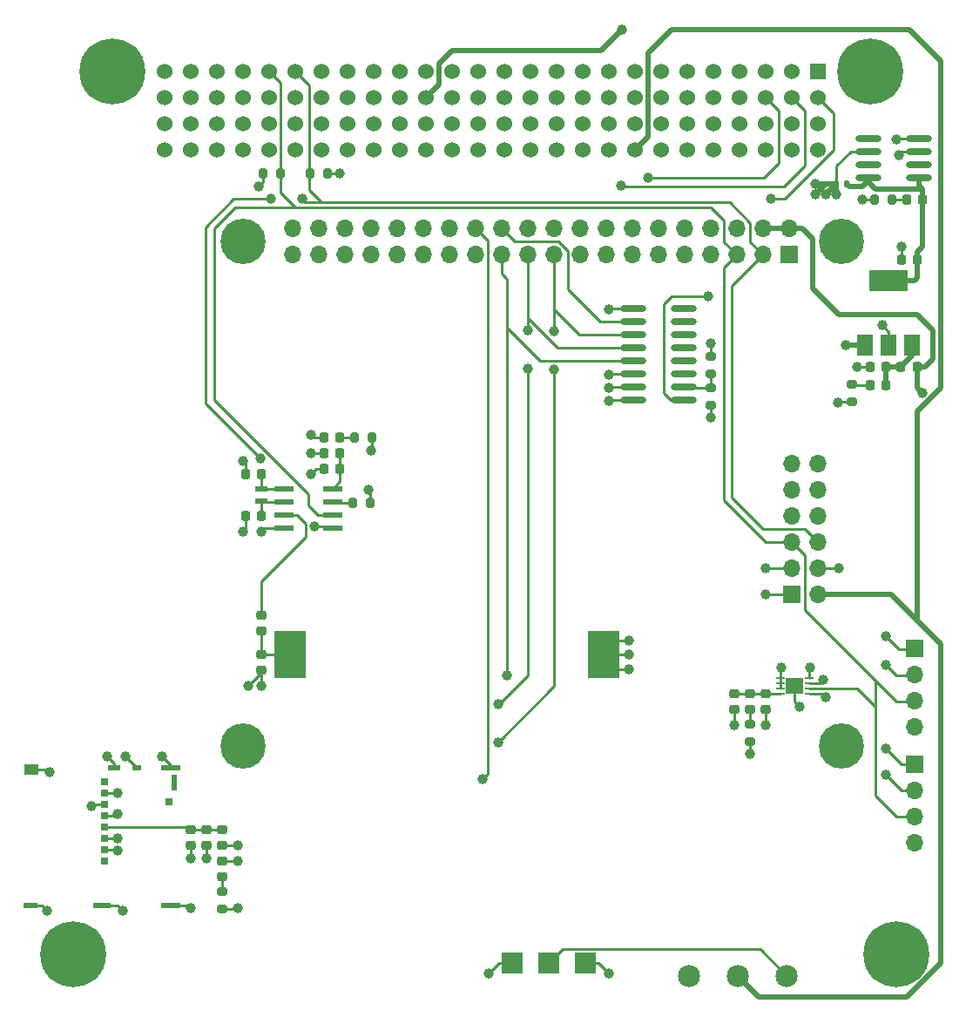
<source format=gtl>
G04 #@! TF.GenerationSoftware,KiCad,Pcbnew,(6.0.7)*
G04 #@! TF.CreationDate,2022-12-20T16:10:49-05:00*
G04 #@! TF.ProjectId,obc-db,6f62632d-6462-42e6-9b69-6361645f7063,rev?*
G04 #@! TF.SameCoordinates,Original*
G04 #@! TF.FileFunction,Copper,L1,Top*
G04 #@! TF.FilePolarity,Positive*
%FSLAX46Y46*%
G04 Gerber Fmt 4.6, Leading zero omitted, Abs format (unit mm)*
G04 Created by KiCad (PCBNEW (6.0.7)) date 2022-12-20 16:10:49*
%MOMM*%
%LPD*%
G01*
G04 APERTURE LIST*
G04 Aperture macros list*
%AMRoundRect*
0 Rectangle with rounded corners*
0 $1 Rounding radius*
0 $2 $3 $4 $5 $6 $7 $8 $9 X,Y pos of 4 corners*
0 Add a 4 corners polygon primitive as box body*
4,1,4,$2,$3,$4,$5,$6,$7,$8,$9,$2,$3,0*
0 Add four circle primitives for the rounded corners*
1,1,$1+$1,$2,$3*
1,1,$1+$1,$4,$5*
1,1,$1+$1,$6,$7*
1,1,$1+$1,$8,$9*
0 Add four rect primitives between the rounded corners*
20,1,$1+$1,$2,$3,$4,$5,0*
20,1,$1+$1,$4,$5,$6,$7,0*
20,1,$1+$1,$6,$7,$8,$9,0*
20,1,$1+$1,$8,$9,$2,$3,0*%
G04 Aperture macros list end*
G04 #@! TA.AperFunction,SMDPad,CuDef*
%ADD10RoundRect,0.218750X0.256250X-0.218750X0.256250X0.218750X-0.256250X0.218750X-0.256250X-0.218750X0*%
G04 #@! TD*
G04 #@! TA.AperFunction,SMDPad,CuDef*
%ADD11RoundRect,0.135000X0.135000X0.185000X-0.135000X0.185000X-0.135000X-0.185000X0.135000X-0.185000X0*%
G04 #@! TD*
G04 #@! TA.AperFunction,ConnectorPad*
%ADD12C,6.400000*%
G04 #@! TD*
G04 #@! TA.AperFunction,ComponentPad*
%ADD13C,3.600000*%
G04 #@! TD*
G04 #@! TA.AperFunction,SMDPad,CuDef*
%ADD14R,1.500000X2.000000*%
G04 #@! TD*
G04 #@! TA.AperFunction,SMDPad,CuDef*
%ADD15R,3.800000X2.000000*%
G04 #@! TD*
G04 #@! TA.AperFunction,SMDPad,CuDef*
%ADD16RoundRect,0.200000X-0.275000X0.200000X-0.275000X-0.200000X0.275000X-0.200000X0.275000X0.200000X0*%
G04 #@! TD*
G04 #@! TA.AperFunction,SMDPad,CuDef*
%ADD17R,2.000000X2.000000*%
G04 #@! TD*
G04 #@! TA.AperFunction,SMDPad,CuDef*
%ADD18RoundRect,0.200000X0.200000X0.275000X-0.200000X0.275000X-0.200000X-0.275000X0.200000X-0.275000X0*%
G04 #@! TD*
G04 #@! TA.AperFunction,SMDPad,CuDef*
%ADD19RoundRect,0.225000X0.225000X0.250000X-0.225000X0.250000X-0.225000X-0.250000X0.225000X-0.250000X0*%
G04 #@! TD*
G04 #@! TA.AperFunction,SMDPad,CuDef*
%ADD20RoundRect,0.225000X-0.225000X-0.250000X0.225000X-0.250000X0.225000X0.250000X-0.225000X0.250000X0*%
G04 #@! TD*
G04 #@! TA.AperFunction,ComponentPad*
%ADD21C,2.600000*%
G04 #@! TD*
G04 #@! TA.AperFunction,ConnectorPad*
%ADD22C,4.400000*%
G04 #@! TD*
G04 #@! TA.AperFunction,SMDPad,CuDef*
%ADD23R,3.050000X4.570000*%
G04 #@! TD*
G04 #@! TA.AperFunction,ComponentPad*
%ADD24R,1.700000X1.700000*%
G04 #@! TD*
G04 #@! TA.AperFunction,ComponentPad*
%ADD25O,1.700000X1.700000*%
G04 #@! TD*
G04 #@! TA.AperFunction,ComponentPad*
%ADD26C,2.159000*%
G04 #@! TD*
G04 #@! TA.AperFunction,SMDPad,CuDef*
%ADD27R,0.812800X0.254000*%
G04 #@! TD*
G04 #@! TA.AperFunction,SMDPad,CuDef*
%ADD28R,1.752600X1.549400*%
G04 #@! TD*
G04 #@! TA.AperFunction,SMDPad,CuDef*
%ADD29RoundRect,0.225000X-0.250000X0.225000X-0.250000X-0.225000X0.250000X-0.225000X0.250000X0.225000X0*%
G04 #@! TD*
G04 #@! TA.AperFunction,SMDPad,CuDef*
%ADD30RoundRect,0.350001X0.899999X0.000001X0.899999X-0.000001X-0.899999X-0.000001X-0.899999X0.000001X0*%
G04 #@! TD*
G04 #@! TA.AperFunction,SMDPad,CuDef*
%ADD31R,1.981200X0.558800*%
G04 #@! TD*
G04 #@! TA.AperFunction,SMDPad,CuDef*
%ADD32R,0.711200X0.635000*%
G04 #@! TD*
G04 #@! TA.AperFunction,SMDPad,CuDef*
%ADD33R,0.558800X1.549400*%
G04 #@! TD*
G04 #@! TA.AperFunction,SMDPad,CuDef*
%ADD34R,0.711200X0.711200*%
G04 #@! TD*
G04 #@! TA.AperFunction,SMDPad,CuDef*
%ADD35R,1.447800X0.558800*%
G04 #@! TD*
G04 #@! TA.AperFunction,SMDPad,CuDef*
%ADD36R,1.651000X0.508000*%
G04 #@! TD*
G04 #@! TA.AperFunction,SMDPad,CuDef*
%ADD37R,1.955800X0.558800*%
G04 #@! TD*
G04 #@! TA.AperFunction,SMDPad,CuDef*
%ADD38R,1.854200X0.558800*%
G04 #@! TD*
G04 #@! TA.AperFunction,SMDPad,CuDef*
%ADD39R,0.812800X0.508000*%
G04 #@! TD*
G04 #@! TA.AperFunction,SMDPad,CuDef*
%ADD40R,1.143000X0.508000*%
G04 #@! TD*
G04 #@! TA.AperFunction,SMDPad,CuDef*
%ADD41R,1.473200X1.016000*%
G04 #@! TD*
G04 #@! TA.AperFunction,SMDPad,CuDef*
%ADD42RoundRect,0.218750X-0.218750X-0.256250X0.218750X-0.256250X0.218750X0.256250X-0.218750X0.256250X0*%
G04 #@! TD*
G04 #@! TA.AperFunction,SMDPad,CuDef*
%ADD43RoundRect,0.218750X0.218750X0.256250X-0.218750X0.256250X-0.218750X-0.256250X0.218750X-0.256250X0*%
G04 #@! TD*
G04 #@! TA.AperFunction,ComponentPad*
%ADD44R,1.524000X1.524000*%
G04 #@! TD*
G04 #@! TA.AperFunction,ComponentPad*
%ADD45C,1.524000*%
G04 #@! TD*
G04 #@! TA.AperFunction,SMDPad,CuDef*
%ADD46RoundRect,0.200000X-0.200000X-0.275000X0.200000X-0.275000X0.200000X0.275000X-0.200000X0.275000X0*%
G04 #@! TD*
G04 #@! TA.AperFunction,SMDPad,CuDef*
%ADD47R,1.200000X0.600000*%
G04 #@! TD*
G04 #@! TA.AperFunction,ViaPad*
%ADD48C,1.000000*%
G04 #@! TD*
G04 #@! TA.AperFunction,Conductor*
%ADD49C,0.254000*%
G04 #@! TD*
G04 #@! TA.AperFunction,Conductor*
%ADD50C,0.508000*%
G04 #@! TD*
G04 APERTURE END LIST*
D10*
X128778000Y-130327500D03*
X128778000Y-128752500D03*
D11*
X189486000Y-62992000D03*
X188466000Y-62992000D03*
D12*
X191770000Y-52070000D03*
D13*
X191770000Y-52070000D03*
D10*
X180086000Y-114071500D03*
X180086000Y-112496500D03*
D14*
X191248000Y-78690000D03*
X193548000Y-78690000D03*
D15*
X193548000Y-72390000D03*
D14*
X195848000Y-78690000D03*
D16*
X189992000Y-82487000D03*
X189992000Y-84137000D03*
D17*
X164084000Y-138684000D03*
D18*
X193865000Y-64516000D03*
X192215000Y-64516000D03*
D19*
X196355000Y-70358000D03*
X194805000Y-70358000D03*
D13*
X118110000Y-52070000D03*
D12*
X118110000Y-52070000D03*
D18*
X139001000Y-61976000D03*
X137351000Y-61976000D03*
D20*
X131051000Y-95250000D03*
X132601000Y-95250000D03*
D21*
X188976000Y-117602000D03*
D22*
X188976000Y-117602000D03*
D23*
X135387000Y-108712000D03*
X165857000Y-108712000D03*
D24*
X196088000Y-108077000D03*
D25*
X196088000Y-110617000D03*
X196088000Y-113157000D03*
X196088000Y-115697000D03*
D26*
X183642000Y-139954000D03*
X178891999Y-139954000D03*
X174141999Y-139954000D03*
D27*
X185801000Y-112509651D03*
X185801000Y-112009650D03*
X185801000Y-111509650D03*
X185801000Y-111009649D03*
X183007000Y-111009649D03*
X183007000Y-111509650D03*
X183007000Y-112009650D03*
X183007000Y-112509651D03*
D28*
X184404000Y-111759650D03*
D18*
X143128000Y-93980000D03*
X141478000Y-93980000D03*
D29*
X127254000Y-125717000D03*
X127254000Y-127267000D03*
D12*
X114300000Y-137795000D03*
D13*
X114300000Y-137795000D03*
D16*
X176276000Y-79756000D03*
X176276000Y-81406000D03*
D24*
X183866000Y-69870000D03*
D25*
X183866000Y-67330000D03*
X181326000Y-69870000D03*
X181326000Y-67330000D03*
X178786000Y-69870000D03*
X178786000Y-67330000D03*
X176246000Y-69870000D03*
X176246000Y-67330000D03*
X173706000Y-69870000D03*
X173706000Y-67330000D03*
X171166000Y-69870000D03*
X171166000Y-67330000D03*
X168626000Y-69870000D03*
X168626000Y-67330000D03*
X166086000Y-69870000D03*
X166086000Y-67330000D03*
X163546000Y-69870000D03*
X163546000Y-67330000D03*
X161006000Y-69870000D03*
X161006000Y-67330000D03*
X158466000Y-69870000D03*
X158466000Y-67330000D03*
X155926000Y-69870000D03*
X155926000Y-67330000D03*
X153386000Y-69870000D03*
X153386000Y-67330000D03*
X150846000Y-69870000D03*
X150846000Y-67330000D03*
X148306000Y-69870000D03*
X148306000Y-67330000D03*
X145766000Y-69870000D03*
X145766000Y-67330000D03*
X143226000Y-69870000D03*
X143226000Y-67330000D03*
X140686000Y-69870000D03*
X140686000Y-67330000D03*
X138146000Y-69870000D03*
X138146000Y-67330000D03*
X135606000Y-69870000D03*
X135606000Y-67330000D03*
D29*
X125730000Y-125717000D03*
X125730000Y-127267000D03*
D20*
X131038000Y-91186000D03*
X132588000Y-91186000D03*
D30*
X196506000Y-62357000D03*
X196506000Y-61087000D03*
X196506000Y-59817000D03*
X196506000Y-58547000D03*
X191606000Y-58547000D03*
X191606000Y-59817000D03*
X191606000Y-61087000D03*
X191606000Y-62357000D03*
D10*
X132588000Y-110261500D03*
X132588000Y-108686500D03*
D31*
X134797800Y-92583000D03*
X134797800Y-93853000D03*
X134797800Y-95123000D03*
X134797800Y-96393000D03*
X139522200Y-96393000D03*
X139522200Y-95123000D03*
X139522200Y-93853000D03*
X139522200Y-92583000D03*
D24*
X184113000Y-102845000D03*
D25*
X186653000Y-102845000D03*
X184113000Y-100305000D03*
X186653000Y-100305000D03*
X184113000Y-97765000D03*
X186653000Y-97765000D03*
X184113000Y-95225000D03*
X186653000Y-95225000D03*
X184113000Y-92685000D03*
X186653000Y-92685000D03*
X184113000Y-90145000D03*
X186653000Y-90145000D03*
D32*
X117358492Y-128756749D03*
X117358492Y-127656749D03*
X117358492Y-126556749D03*
X117358492Y-125456748D03*
X117358492Y-124356748D03*
X117358492Y-123256748D03*
X117358492Y-122156750D03*
X117358492Y-121056749D03*
D33*
X124133493Y-121161748D03*
D34*
X123558493Y-123056748D03*
D35*
X110133493Y-133071775D03*
D36*
X117083493Y-133096775D03*
D37*
X123728493Y-133071775D03*
D38*
X123783492Y-119701748D03*
D39*
X120498492Y-119676748D03*
D40*
X118283492Y-119676748D03*
D41*
X110258492Y-119921748D03*
D21*
X130810000Y-68580000D03*
D22*
X130810000Y-68580000D03*
D10*
X128778000Y-127279500D03*
X128778000Y-125704500D03*
X178562000Y-114071500D03*
X178562000Y-112496500D03*
D17*
X156972000Y-138684000D03*
D42*
X191719000Y-82550000D03*
X193294000Y-82550000D03*
D22*
X130810000Y-117602000D03*
D21*
X130810000Y-117602000D03*
D43*
X140233500Y-87630000D03*
X138658500Y-87630000D03*
D44*
X186690000Y-52070000D03*
D45*
X186690000Y-54610000D03*
X184150000Y-52070000D03*
X184150000Y-54610000D03*
X181610000Y-52070000D03*
X181610000Y-54610000D03*
X179070000Y-52070000D03*
X179070000Y-54610000D03*
X176530000Y-52070000D03*
X176530000Y-54610000D03*
X173990000Y-52070000D03*
X173990000Y-54610000D03*
X171450000Y-52070000D03*
X171450000Y-54610000D03*
X168910000Y-52070000D03*
X168910000Y-54610000D03*
X166370000Y-52070000D03*
X166370000Y-54610000D03*
X163830000Y-52070000D03*
X163830000Y-54610000D03*
X161290000Y-52070000D03*
X161290000Y-54610000D03*
X158750000Y-52070000D03*
X158750000Y-54610000D03*
X156210000Y-52070000D03*
X156210000Y-54610000D03*
X153670000Y-52070000D03*
X153670000Y-54610000D03*
X151130000Y-52070000D03*
X151130000Y-54610000D03*
X148590000Y-52070000D03*
X148590000Y-54610000D03*
X146050000Y-52070000D03*
X146050000Y-54610000D03*
X143510000Y-52070000D03*
X143510000Y-54610000D03*
X140970000Y-52070000D03*
X140970000Y-54610000D03*
X138430000Y-52070000D03*
X138430000Y-54610000D03*
X135890000Y-52070000D03*
X135890000Y-54610000D03*
X133350000Y-52070000D03*
X133350000Y-54610000D03*
X130810000Y-52070000D03*
X130810000Y-54610000D03*
X128270000Y-52070000D03*
X128270000Y-54610000D03*
X125730000Y-52070000D03*
X125730000Y-54610000D03*
X123190000Y-52070000D03*
X123190000Y-54610000D03*
X186690000Y-57150000D03*
X186690000Y-59690000D03*
X184150000Y-57150000D03*
X184150000Y-59690000D03*
X181610000Y-57150000D03*
X181610000Y-59690000D03*
X179070000Y-57150000D03*
X179070000Y-59690000D03*
X176530000Y-57150000D03*
X176530000Y-59690000D03*
X173990000Y-57150000D03*
X173990000Y-59690000D03*
X171450000Y-57150000D03*
X171450000Y-59690000D03*
X168910000Y-57150000D03*
X168910000Y-59690000D03*
X166370000Y-57150000D03*
X166370000Y-59690000D03*
X163830000Y-57150000D03*
X163830000Y-59690000D03*
X161290000Y-57150000D03*
X161290000Y-59690000D03*
X158750000Y-57150000D03*
X158750000Y-59690000D03*
X156210000Y-57150000D03*
X156210000Y-59690000D03*
X153670000Y-57150000D03*
X153670000Y-59690000D03*
X151130000Y-57150000D03*
X151130000Y-59690000D03*
X148590000Y-57150000D03*
X148590000Y-59690000D03*
X146050000Y-57150000D03*
X146050000Y-59690000D03*
X143510000Y-57150000D03*
X143510000Y-59690000D03*
X140970000Y-57150000D03*
X140970000Y-59690000D03*
X138430000Y-57150000D03*
X138430000Y-59690000D03*
X135890000Y-57150000D03*
X135890000Y-59690000D03*
X133350000Y-57150000D03*
X133350000Y-59690000D03*
X130810000Y-57150000D03*
X130810000Y-59690000D03*
X128270000Y-57150000D03*
X128270000Y-59690000D03*
X125730000Y-57150000D03*
X125730000Y-59690000D03*
X123190000Y-57150000D03*
X123190000Y-59690000D03*
D30*
X173646000Y-84010000D03*
X173646000Y-82740000D03*
X173646000Y-81470000D03*
X173646000Y-80200000D03*
X173646000Y-78930000D03*
X173646000Y-77660000D03*
X173646000Y-76390000D03*
X173646000Y-75120000D03*
X168746000Y-75120000D03*
X168746000Y-76390000D03*
X168746000Y-77660000D03*
X168746000Y-78930000D03*
X168746000Y-80200000D03*
X168746000Y-81470000D03*
X168746000Y-82740000D03*
X168746000Y-84010000D03*
D42*
X194741500Y-80772000D03*
X196316500Y-80772000D03*
D16*
X128778000Y-131763000D03*
X128778000Y-133413000D03*
D46*
X132779000Y-61976000D03*
X134429000Y-61976000D03*
D22*
X188976000Y-68580000D03*
D21*
X188976000Y-68580000D03*
D29*
X181610000Y-112509000D03*
X181610000Y-114059000D03*
D42*
X138658500Y-89154000D03*
X140233500Y-89154000D03*
D17*
X160528000Y-138684000D03*
D46*
X141669000Y-87630000D03*
X143319000Y-87630000D03*
D47*
X132588000Y-92618000D03*
X132588000Y-93818000D03*
D16*
X180086000Y-115507000D03*
X180086000Y-117157000D03*
D13*
X194310000Y-137795000D03*
D12*
X194310000Y-137795000D03*
D10*
X132588000Y-106451500D03*
X132588000Y-104876500D03*
D16*
X176276000Y-82804000D03*
X176276000Y-84454000D03*
D20*
X138658000Y-90678000D03*
X140208000Y-90678000D03*
D24*
X196088000Y-119380000D03*
D25*
X196088000Y-121920000D03*
X196088000Y-124460000D03*
X196088000Y-127000000D03*
D20*
X191731500Y-80772000D03*
X193281500Y-80772000D03*
D42*
X195300500Y-64516000D03*
X196875500Y-64516000D03*
D48*
X182118000Y-64451500D03*
X167563576Y-63169576D03*
X170180000Y-62420000D03*
X167640000Y-48006000D03*
X133477000Y-64451500D03*
X132461000Y-89662000D03*
X187452000Y-112836150D03*
X136525000Y-64451500D03*
X137732500Y-96273362D03*
X193294000Y-109728000D03*
X116078000Y-123444000D03*
X193294000Y-120396000D03*
X143256000Y-88900000D03*
X168275000Y-107315000D03*
X130810000Y-89916000D03*
X119126000Y-133604000D03*
X130302000Y-133350000D03*
X189357000Y-78613000D03*
X112014000Y-120142000D03*
X188722000Y-100330000D03*
X185928000Y-109982000D03*
X125730000Y-128524000D03*
X194818000Y-69088000D03*
X188595000Y-84201000D03*
X117602000Y-118618000D03*
X183134000Y-109982000D03*
X130810000Y-96774000D03*
X132588000Y-96774000D03*
X111760000Y-133604000D03*
X168275000Y-110109000D03*
X191008000Y-64516000D03*
X194564000Y-60198000D03*
X125730000Y-133350000D03*
X181610000Y-100330000D03*
X168275000Y-108712000D03*
X119380000Y-118618000D03*
X180086000Y-118364000D03*
X127254000Y-128524000D03*
X166370000Y-139700000D03*
X137414000Y-91186000D03*
X176276000Y-85661000D03*
X166370000Y-75184000D03*
X181610000Y-115570000D03*
X190474500Y-80772000D03*
X122936000Y-118618000D03*
X166370000Y-81534000D03*
X184912000Y-113792000D03*
X186436000Y-62992000D03*
X193294000Y-106934000D03*
X186436000Y-64008000D03*
X130302000Y-127254000D03*
X137414000Y-87376000D03*
X130302000Y-128778000D03*
X178562000Y-115570000D03*
X131318000Y-111760000D03*
X140208000Y-61976000D03*
X143002000Y-92710000D03*
X181610000Y-102870000D03*
X137414000Y-89154000D03*
X132588000Y-111760000D03*
X132334000Y-63246000D03*
X166370000Y-82804000D03*
X188468000Y-64008000D03*
X154686000Y-139700000D03*
X166370000Y-84074000D03*
X193294000Y-117856000D03*
X187452000Y-64008000D03*
X196810773Y-83272773D03*
X161036000Y-77280500D03*
X161036000Y-81026500D03*
X155575000Y-117221000D03*
X118618000Y-126562497D03*
X158496000Y-80899000D03*
X155575000Y-113538000D03*
X118618000Y-122174000D03*
X158496000Y-77216000D03*
X156464000Y-110744000D03*
X118618000Y-124206000D03*
X118618000Y-127762000D03*
X154051000Y-120777000D03*
X187198000Y-111183150D03*
X176276000Y-78486000D03*
X192913000Y-76708000D03*
X194310000Y-58674000D03*
X176022000Y-73914000D03*
D49*
X188214000Y-56134000D02*
X188214000Y-59706079D01*
X183468579Y-64451500D02*
X182118000Y-64451500D01*
X186690000Y-54610000D02*
X188214000Y-56134000D01*
X188214000Y-59706079D02*
X183468579Y-64451500D01*
X167640500Y-63246500D02*
X183387500Y-63246500D01*
X185420000Y-61214000D02*
X185420000Y-55880000D01*
X167563576Y-63169576D02*
X167640500Y-63246500D01*
X185420000Y-55880000D02*
X184150000Y-54610000D01*
X183387500Y-63246500D02*
X185420000Y-61214000D01*
X182880000Y-57658000D02*
X182880000Y-60960000D01*
X181610000Y-54610000D02*
X182880000Y-55880000D01*
X182880000Y-55880000D02*
X182880000Y-57658000D01*
X181420000Y-62420000D02*
X170180000Y-62420000D01*
X182880000Y-60960000D02*
X181420000Y-62420000D01*
D50*
X165608000Y-50038000D02*
X167640000Y-48006000D01*
X148590000Y-54610000D02*
X149860000Y-53340000D01*
X151130000Y-50038000D02*
X165608000Y-50038000D01*
X149860000Y-53340000D02*
X149860000Y-51308000D01*
X149860000Y-51308000D02*
X151130000Y-50038000D01*
D49*
X185801000Y-112509651D02*
X187125501Y-112509651D01*
X127127000Y-67183000D02*
X127127000Y-84328000D01*
X138430000Y-64770000D02*
X137223000Y-63563000D01*
X187125501Y-112509651D02*
X187452000Y-112836150D01*
X180086000Y-66773099D02*
X178082901Y-64770000D01*
X139402562Y-96273362D02*
X139522200Y-96393000D01*
X180086000Y-68630000D02*
X180086000Y-66773099D01*
X178308000Y-72888000D02*
X178308000Y-93472000D01*
X129858500Y-64451500D02*
X127127000Y-67183000D01*
X185378450Y-96490450D02*
X181326450Y-96490450D01*
X137223000Y-63563000D02*
X137223000Y-53403000D01*
X137732500Y-96273362D02*
X139402562Y-96273362D01*
X181326000Y-69870000D02*
X180086000Y-68630000D01*
X181326000Y-69870000D02*
X178308000Y-72888000D01*
X133477000Y-64451500D02*
X129858500Y-64451500D01*
X181326450Y-96490450D02*
X178308000Y-93472000D01*
X185378450Y-96490450D02*
X186653000Y-97765000D01*
X178082901Y-64770000D02*
X138430000Y-64770000D01*
X137223000Y-53403000D02*
X135890000Y-52070000D01*
X127127000Y-84328000D02*
X132461000Y-89662000D01*
X136843500Y-64770000D02*
X136525000Y-64451500D01*
X138430000Y-64770000D02*
X136843500Y-64770000D01*
X133350000Y-52070000D02*
X134439000Y-53159000D01*
X181635000Y-97765000D02*
X184113000Y-97765000D01*
X178786000Y-69870000D02*
X177546000Y-68630000D01*
X177546000Y-68630000D02*
X177546000Y-66548000D01*
X128016000Y-83947000D02*
X137160000Y-93091000D01*
X130048000Y-65278000D02*
X128016000Y-67310000D01*
X177546000Y-93726000D02*
X181610000Y-97790000D01*
X178786000Y-69870000D02*
X177546000Y-71110000D01*
X135890000Y-65278000D02*
X130048000Y-65278000D01*
X177546000Y-71110000D02*
X177546000Y-93726000D01*
X181610000Y-97790000D02*
X181635000Y-97765000D01*
X138049000Y-95123000D02*
X139522200Y-95123000D01*
X196088000Y-124460000D02*
X194310000Y-124460000D01*
X137160000Y-94234000D02*
X138049000Y-95123000D01*
X192278000Y-122428000D02*
X192278000Y-113792000D01*
X134439000Y-53159000D02*
X134439000Y-62220000D01*
X194310000Y-124460000D02*
X192278000Y-122428000D01*
X190495650Y-112009650D02*
X192278000Y-113792000D01*
X134429000Y-63817000D02*
X134429000Y-61976000D01*
X177546000Y-66548000D02*
X176276000Y-65278000D01*
X137160000Y-93091000D02*
X137160000Y-94234000D01*
X135890000Y-65278000D02*
X134429000Y-63817000D01*
X176276000Y-65278000D02*
X135890000Y-65278000D01*
X184113000Y-97765000D02*
X185384450Y-99036450D01*
X192278000Y-113792000D02*
X192278000Y-111252000D01*
X196088000Y-113284000D02*
X194310000Y-113284000D01*
X185384450Y-104358450D02*
X192278000Y-111252000D01*
X185801000Y-112009650D02*
X190495650Y-112009650D01*
X185384450Y-99036450D02*
X185384450Y-104358450D01*
X194310000Y-113284000D02*
X192278000Y-111252000D01*
X128016000Y-67310000D02*
X128016000Y-83947000D01*
X168746000Y-75120000D02*
X166434000Y-75120000D01*
X184113000Y-100305000D02*
X181635000Y-100305000D01*
X116265252Y-123256748D02*
X116078000Y-123444000D01*
X183007000Y-110109000D02*
X183134000Y-109982000D01*
X131038000Y-90144000D02*
X130810000Y-89916000D01*
X117358492Y-123256748D02*
X116265252Y-123256748D01*
X111793748Y-119921748D02*
X112014000Y-120142000D01*
X185801000Y-111009649D02*
X185801000Y-110109000D01*
X184404000Y-111759650D02*
X184404000Y-113284000D01*
X166434000Y-81470000D02*
X166370000Y-81534000D01*
X196506000Y-59817000D02*
X194945000Y-59817000D01*
X189992000Y-84137000D02*
X188659000Y-84137000D01*
X191731500Y-80772000D02*
X190474500Y-80772000D01*
X132969000Y-96393000D02*
X132588000Y-96774000D01*
X110258492Y-119921748D02*
X111793748Y-119921748D01*
X192215000Y-64516000D02*
X191008000Y-64516000D01*
X181635000Y-100305000D02*
X181610000Y-100330000D01*
X181610000Y-114059000D02*
X181610000Y-115570000D01*
X120498492Y-119676748D02*
X120438748Y-119676748D01*
X165857000Y-108712000D02*
X168275000Y-108712000D01*
D50*
X189434000Y-78690000D02*
X189357000Y-78613000D01*
D49*
X137922000Y-90678000D02*
X137414000Y-91186000D01*
X185801000Y-110109000D02*
X185928000Y-109982000D01*
X131051000Y-96533000D02*
X130810000Y-96774000D01*
X165857000Y-108712000D02*
X167254000Y-110109000D01*
X128778000Y-133413000D02*
X130239000Y-133413000D01*
X118283492Y-119676748D02*
X118283492Y-119299492D01*
X118283492Y-119299492D02*
X117602000Y-118618000D01*
X188697000Y-100305000D02*
X188722000Y-100330000D01*
X143319000Y-88837000D02*
X143256000Y-88900000D01*
X194945000Y-59817000D02*
X194564000Y-60198000D01*
X184404000Y-113284000D02*
X184912000Y-113792000D01*
D50*
X191248000Y-78690000D02*
X189434000Y-78690000D01*
D49*
X183007000Y-111009649D02*
X183007000Y-110109000D01*
X168746000Y-81470000D02*
X166434000Y-81470000D01*
X130239000Y-133413000D02*
X130302000Y-133350000D01*
X194310000Y-110744000D02*
X193294000Y-109728000D01*
X183007000Y-112009650D02*
X183007000Y-111509650D01*
X167254000Y-107315000D02*
X168275000Y-107315000D01*
X131038000Y-91186000D02*
X131038000Y-90144000D01*
X131051000Y-95250000D02*
X131051000Y-96533000D01*
X118618775Y-133096775D02*
X119126000Y-133604000D01*
X123783492Y-119465492D02*
X122936000Y-118618000D01*
X143319000Y-87630000D02*
X143319000Y-88837000D01*
X111227775Y-133071775D02*
X111760000Y-133604000D01*
X164084000Y-138684000D02*
X165354000Y-138684000D01*
X196088000Y-110744000D02*
X194310000Y-110744000D01*
X186653000Y-100305000D02*
X188697000Y-100305000D01*
X194805000Y-69101000D02*
X194818000Y-69088000D01*
X183007000Y-111509650D02*
X183007000Y-111009649D01*
X196088000Y-121920000D02*
X194818000Y-121920000D01*
X166434000Y-75120000D02*
X166370000Y-75184000D01*
X194818000Y-121920000D02*
X193294000Y-120396000D01*
X194805000Y-70358000D02*
X194805000Y-69101000D01*
X125451775Y-133071775D02*
X125730000Y-133350000D01*
X167254000Y-110109000D02*
X168275000Y-110109000D01*
X138658000Y-90678000D02*
X137922000Y-90678000D01*
X123783492Y-119701748D02*
X123783492Y-119465492D01*
X134797800Y-96393000D02*
X132969000Y-96393000D01*
X127254000Y-127267000D02*
X127254000Y-128524000D01*
X110133493Y-133071775D02*
X111227775Y-133071775D01*
X125730000Y-127267000D02*
X125730000Y-128524000D01*
X117083493Y-133096775D02*
X118618775Y-133096775D01*
X188659000Y-84137000D02*
X188595000Y-84201000D01*
X180086000Y-117157000D02*
X180086000Y-118364000D01*
X165354000Y-138684000D02*
X166370000Y-139700000D01*
X123728493Y-133071775D02*
X125451775Y-133071775D01*
X120438748Y-119676748D02*
X119380000Y-118618000D01*
X165857000Y-108712000D02*
X167254000Y-107315000D01*
X176276000Y-84454000D02*
X176276000Y-85661000D01*
D50*
X195580000Y-48006000D02*
X198628000Y-51054000D01*
X198628000Y-138644537D02*
X195286537Y-141986000D01*
X198628000Y-107696000D02*
X198628000Y-138644537D01*
X170180000Y-58420000D02*
X170180000Y-50292000D01*
X196342000Y-85090000D02*
X196342000Y-105410000D01*
X193777000Y-102845000D02*
X196342000Y-105410000D01*
X180923999Y-141986000D02*
X178891999Y-139954000D01*
X168910000Y-59690000D02*
X170180000Y-58420000D01*
X170180000Y-50292000D02*
X172466000Y-48006000D01*
X172466000Y-48006000D02*
X195580000Y-48006000D01*
X195286537Y-141986000D02*
X180923999Y-141986000D01*
X186653000Y-102845000D02*
X193777000Y-102845000D01*
X198628000Y-51054000D02*
X198628000Y-82804000D01*
X198628000Y-82804000D02*
X196342000Y-85090000D01*
X196342000Y-105410000D02*
X198628000Y-107696000D01*
X186436000Y-62992000D02*
X187452000Y-62992000D01*
D49*
X196088000Y-119380000D02*
X194818000Y-119380000D01*
X139001000Y-61976000D02*
X140208000Y-61976000D01*
D50*
X187452000Y-64008000D02*
X187452000Y-64006000D01*
D49*
X194564000Y-108204000D02*
X193294000Y-106934000D01*
X196088000Y-108204000D02*
X194564000Y-108204000D01*
X128778000Y-127279500D02*
X130276500Y-127279500D01*
X137668000Y-87630000D02*
X137414000Y-87376000D01*
X130276500Y-127279500D02*
X130302000Y-127254000D01*
X132588000Y-110261500D02*
X132588000Y-110490000D01*
D50*
X186436000Y-64008000D02*
X187452000Y-62992000D01*
D49*
X184113000Y-102845000D02*
X181635000Y-102845000D01*
X178562000Y-114071500D02*
X178562000Y-115570000D01*
X166434000Y-82740000D02*
X166370000Y-82804000D01*
X132779000Y-61976000D02*
X132779000Y-62801000D01*
X155702000Y-138684000D02*
X154686000Y-139700000D01*
X130276500Y-128752500D02*
X130302000Y-128778000D01*
X143128000Y-93980000D02*
X143128000Y-92836000D01*
X168746000Y-84010000D02*
X166434000Y-84010000D01*
D50*
X187452000Y-62992000D02*
X188466000Y-62992000D01*
D49*
X138658500Y-89154000D02*
X137414000Y-89154000D01*
X156972000Y-138684000D02*
X155702000Y-138684000D01*
X128778000Y-128752500D02*
X130276500Y-128752500D01*
D50*
X188466000Y-64006000D02*
X188466000Y-62992000D01*
D49*
X132588000Y-110490000D02*
X131318000Y-111760000D01*
X188466000Y-61216000D02*
X188466000Y-62992000D01*
X194818000Y-119380000D02*
X193294000Y-117856000D01*
X168746000Y-82740000D02*
X166434000Y-82740000D01*
X181635000Y-102845000D02*
X181610000Y-102870000D01*
X138658500Y-87630000D02*
X137668000Y-87630000D01*
X132779000Y-62801000D02*
X132334000Y-63246000D01*
D50*
X187452000Y-64006000D02*
X188466000Y-62992000D01*
D49*
X166434000Y-84010000D02*
X166370000Y-84074000D01*
X189865000Y-59817000D02*
X188466000Y-61216000D01*
X132588000Y-110261500D02*
X132588000Y-111760000D01*
X191606000Y-59817000D02*
X189865000Y-59817000D01*
X143128000Y-92836000D02*
X143002000Y-92710000D01*
D50*
X188468000Y-64008000D02*
X188466000Y-64006000D01*
X197104000Y-80772000D02*
X197866000Y-80010000D01*
X188722000Y-75692000D02*
X186182000Y-73152000D01*
X197866000Y-80010000D02*
X197866000Y-77216000D01*
X196316500Y-82778500D02*
X196810773Y-83272773D01*
X186182000Y-68326000D02*
X185166000Y-67310000D01*
X196342000Y-75692000D02*
X188722000Y-75692000D01*
X186182000Y-73152000D02*
X186182000Y-68326000D01*
X196316500Y-80772000D02*
X197104000Y-80772000D01*
X197866000Y-77216000D02*
X196342000Y-75692000D01*
X196316500Y-80772000D02*
X196316500Y-82778500D01*
D49*
X160528000Y-138684000D02*
X161855000Y-137357000D01*
X161855000Y-137357000D02*
X181045000Y-137357000D01*
D50*
X185166000Y-67310000D02*
X185146000Y-67330000D01*
X185146000Y-67330000D02*
X183866000Y-67330000D01*
X181326000Y-67330000D02*
X183866000Y-67330000D01*
D49*
X181045000Y-137357000D02*
X183642000Y-139954000D01*
X155575000Y-117221000D02*
X161036000Y-111760000D01*
X117358492Y-126556749D02*
X118612252Y-126556749D01*
X163512000Y-77660000D02*
X168746000Y-77660000D01*
X118612252Y-126556749D02*
X118618000Y-126562497D01*
X161036000Y-69900000D02*
X161036000Y-75184000D01*
X161006000Y-69870000D02*
X161036000Y-69900000D01*
X161036000Y-75184000D02*
X163512000Y-77660000D01*
X161036000Y-77280500D02*
X161036000Y-75184000D01*
X161036000Y-111760000D02*
X161036000Y-81026500D01*
X117358492Y-122156750D02*
X118600750Y-122156750D01*
X118600750Y-122156750D02*
X118618000Y-122174000D01*
X158496000Y-77216000D02*
X158496000Y-76073000D01*
X158496000Y-110744000D02*
X158496000Y-80899000D01*
X158466000Y-75916000D02*
X158466000Y-76043000D01*
X161353000Y-78930000D02*
X168746000Y-78930000D01*
X158466000Y-76043000D02*
X161353000Y-78930000D01*
X158496000Y-76073000D02*
X158466000Y-76043000D01*
X155575000Y-113538000D02*
X155702000Y-113538000D01*
X155702000Y-113538000D02*
X158496000Y-110744000D01*
X158466000Y-69870000D02*
X158466000Y-75916000D01*
X168746000Y-80200000D02*
X159702000Y-80200000D01*
X156464000Y-76073000D02*
X156464000Y-109982000D01*
X159702000Y-80200000D02*
X156464000Y-76962000D01*
X155926000Y-71725000D02*
X156337000Y-72136000D01*
X118467252Y-124356748D02*
X118618000Y-124206000D01*
X156464000Y-109982000D02*
X156464000Y-110744000D01*
X156337000Y-72136000D02*
X156464000Y-72263000D01*
X156464000Y-72263000D02*
X156464000Y-76073000D01*
X155926000Y-69870000D02*
X155926000Y-71725000D01*
X117358492Y-124356748D02*
X118467252Y-124356748D01*
X156464000Y-76962000D02*
X156464000Y-76073000D01*
X165544000Y-76390000D02*
X168746000Y-76390000D01*
X161438450Y-68601450D02*
X162369000Y-69532000D01*
X157197450Y-68601450D02*
X161438450Y-68601450D01*
X155926000Y-67330000D02*
X157197450Y-68601450D01*
X162369000Y-73215000D02*
X165544000Y-76390000D01*
X162369000Y-69532000D02*
X162369000Y-73215000D01*
X154559000Y-110744000D02*
X154559000Y-120269000D01*
X154559000Y-75692000D02*
X154559000Y-110744000D01*
X154563000Y-75688000D02*
X154559000Y-75692000D01*
X154563000Y-68507000D02*
X154563000Y-75688000D01*
X153386000Y-67330000D02*
X154563000Y-68507000D01*
X154559000Y-120269000D02*
X154051000Y-120777000D01*
X117358492Y-127656749D02*
X118512749Y-127656749D01*
X118512749Y-127656749D02*
X118618000Y-127762000D01*
X185801000Y-111509650D02*
X186871500Y-111509650D01*
X186871500Y-111509650D02*
X187198000Y-111183150D01*
X139649200Y-93980000D02*
X139522200Y-93853000D01*
X141478000Y-93980000D02*
X139649200Y-93980000D01*
D50*
X193294000Y-82550000D02*
X193294000Y-80784500D01*
X195848000Y-78690000D02*
X195848000Y-79665500D01*
X195848000Y-79665500D02*
X194741500Y-80772000D01*
X193294000Y-80784500D02*
X193281500Y-80772000D01*
X194741500Y-80772000D02*
X193281500Y-80772000D01*
D49*
X191719000Y-82550000D02*
X190055000Y-82550000D01*
X190055000Y-82550000D02*
X189992000Y-82487000D01*
X193548000Y-78690000D02*
X193548000Y-77343000D01*
D50*
X196355000Y-72123000D02*
X196355000Y-70358000D01*
X196355000Y-69583000D02*
X196875500Y-69062500D01*
X191606000Y-62357000D02*
X191606000Y-62828000D01*
X196088000Y-72390000D02*
X193548000Y-72390000D01*
X196875500Y-64516000D02*
X196875500Y-63525500D01*
D49*
X193548000Y-77343000D02*
X192913000Y-76708000D01*
D50*
X196875500Y-63525500D02*
X196506000Y-63156000D01*
X191606000Y-62357000D02*
X191606000Y-62648000D01*
X191008000Y-63246000D02*
X189740000Y-63246000D01*
X196506000Y-63156000D02*
X196506000Y-62357000D01*
X192303500Y-63525500D02*
X196875500Y-63525500D01*
X191606000Y-62648000D02*
X191008000Y-63246000D01*
X196875500Y-69062500D02*
X196875500Y-64516000D01*
X196355000Y-70358000D02*
X196355000Y-69583000D01*
X191606000Y-62828000D02*
X192303500Y-63525500D01*
X196088000Y-72390000D02*
X196355000Y-72123000D01*
X189740000Y-63246000D02*
X189486000Y-62992000D01*
D49*
X176276000Y-79756000D02*
X176276000Y-78486000D01*
X173710000Y-82804000D02*
X173646000Y-82740000D01*
X176276000Y-82804000D02*
X173710000Y-82804000D01*
X176276000Y-81406000D02*
X176276000Y-82804000D01*
X173646000Y-84010000D02*
X172402000Y-84010000D01*
X194437000Y-58547000D02*
X194310000Y-58674000D01*
X171704000Y-83312000D02*
X171704000Y-74676000D01*
X171704000Y-74676000D02*
X172466000Y-73914000D01*
X172402000Y-84010000D02*
X171704000Y-83312000D01*
X172466000Y-73914000D02*
X176022000Y-73914000D01*
X196506000Y-58547000D02*
X194437000Y-58547000D01*
X128778000Y-130327500D02*
X128778000Y-131763000D01*
X132613500Y-108712000D02*
X132588000Y-108686500D01*
X132588000Y-108686500D02*
X132588000Y-106451500D01*
X135387000Y-108712000D02*
X132613500Y-108712000D01*
X134762800Y-92618000D02*
X134797800Y-92583000D01*
X132588000Y-91186000D02*
X132588000Y-92618000D01*
X132588000Y-92618000D02*
X134762800Y-92618000D01*
X132623000Y-93853000D02*
X132588000Y-93818000D01*
X132601000Y-95250000D02*
X132601000Y-93831000D01*
X132601000Y-93831000D02*
X132588000Y-93818000D01*
X134797800Y-93853000D02*
X132623000Y-93853000D01*
X140208000Y-89179500D02*
X140233500Y-89154000D01*
X140208000Y-90678000D02*
X140208000Y-89179500D01*
X140208000Y-91897200D02*
X140208000Y-90678000D01*
X139522200Y-92583000D02*
X140208000Y-91897200D01*
X136906000Y-96012000D02*
X136906000Y-97282000D01*
X132588000Y-104876500D02*
X132588000Y-101600000D01*
X136017000Y-95123000D02*
X136906000Y-96012000D01*
X134797800Y-95123000D02*
X136017000Y-95123000D01*
X136906000Y-97282000D02*
X132588000Y-101600000D01*
X140233500Y-87630000D02*
X141669000Y-87630000D01*
X180086000Y-112496500D02*
X178562000Y-112496500D01*
X181610000Y-112509000D02*
X180098500Y-112509000D01*
X183007000Y-112509651D02*
X181864651Y-112509651D01*
X180098500Y-112509000D02*
X180086000Y-112496500D01*
X180086000Y-114071500D02*
X180086000Y-115507000D01*
X195300500Y-64516000D02*
X193865000Y-64516000D01*
X127266500Y-125704500D02*
X127254000Y-125717000D01*
X125469748Y-125456748D02*
X117358492Y-125456748D01*
X128778000Y-125704500D02*
X127266500Y-125704500D01*
X125730000Y-125717000D02*
X125469748Y-125456748D01*
X127254000Y-125717000D02*
X125730000Y-125717000D01*
M02*

</source>
